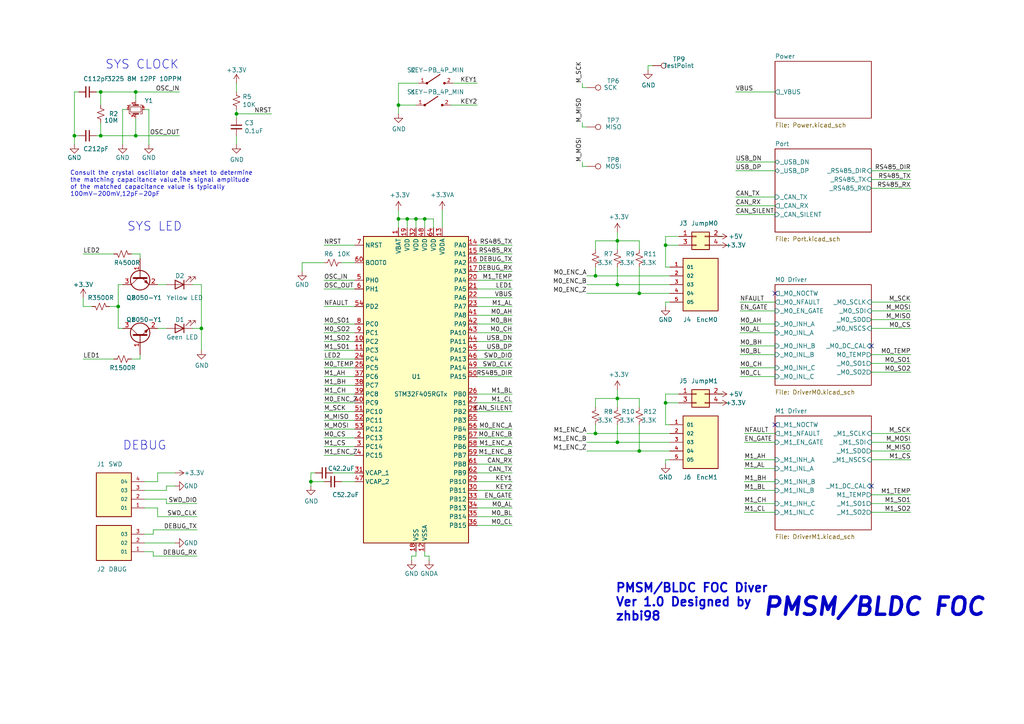
<source format=kicad_sch>
(kicad_sch (version 20230121) (generator eeschema)
  (paper "A4")
  (lib_symbols
    (symbol "3rd_Connector_Generic:CONN_1x3P" (pin_names (offset 1.016))
      (property "Reference" "J" (at -8.12 6.196 0))
      (property "Value" "CONN_1x3P" (at -4.445 6.35 0))
      (symbol "CONN_1x3P_0_0"
        (rectangle (start -5.08 5.08) (end 5.08 -5.08) (stroke (width 0.254)) (fill (type background)))
        (pin passive line (at -8.89 2.54 0) (length 3.81) (name "01") (number "1"))
        (pin passive line (at -8.89 0 0) (length 3.81) (name "02") (number "2"))
        (pin passive line (at -8.89 -2.54 0) (length 3.81) (name "03") (number "3"))
      )
    )
    (symbol "3rd_Connector_Generic:CONN_1x4P" (pin_names (offset 1.016))
      (property "Reference" "J" (at 0 6.35 0))
      (property "Value" "CONN_1x4P" (at -5.08 -10.16 0))
      (symbol "CONN_1x4P_0_0"
        (rectangle (start -5.08 5.08) (end 5.08 -7.62) (stroke (width 0.254)) (fill (type background)))
        (pin passive line (at -8.89 2.54 0) (length 3.81) (name "01") (number "1"))
        (pin passive line (at -8.89 0 0) (length 3.81) (name "02") (number "2"))
        (pin passive line (at -8.89 -2.54 0) (length 3.81) (name "03") (number "3"))
        (pin passive line (at -8.89 -5.08 0) (length 3.81) (name "04") (number "4"))
      )
    )
    (symbol "3rd_Connector_Generic:CONN_1x5P" (pin_names (offset 1.016))
      (property "Reference" "J" (at -1.27 8.89 0))
      (property "Value" "CONN_1x5P" (at -5.08 -10.16 0))
      (symbol "CONN_1x5P_0_0"
        (rectangle (start -5.08 7.62) (end 5.08 -7.62) (stroke (width 0.254)) (fill (type background)))
        (pin passive line (at -8.89 5.08 0) (length 3.81) (name "01") (number "1"))
        (pin passive line (at -8.89 2.54 0) (length 3.81) (name "02") (number "2"))
        (pin passive line (at -8.89 0 0) (length 3.81) (name "03") (number "3"))
        (pin passive line (at -8.89 -2.54 0) (length 3.81) (name "04") (number "4"))
        (pin passive line (at -8.89 -5.08 0) (length 3.81) (name "05") (number "5"))
      )
    )
    (symbol "3rd_Switch:KEY-PB_2P" (pin_names (offset 1.016))
      (property "Reference" "S" (at -1.27 2.54 0))
      (property "Value" "KEY-PB_2P" (at -3.8111 -3.8111 0))
      (symbol "KEY-PB_2P_0_0"
        (circle (center -2.54 0) (radius 0.2839) (fill (type outline)))
        (polyline (pts (xy -2.54 0) (xy 1.27 2.54)) (stroke (width 0.254)))
        (circle (center 2.54 0) (radius 0.2839) (fill (type outline)))
        (pin passive line (at -5.08 0 0) (length 2.54) (name "~") (number "1"))
        (pin passive line (at 5.08 0 180) (length 2.54) (name "~") (number "2"))
      )
    )
    (symbol "Connector:TestPoint" (pin_numbers hide) (pin_names (offset 0.762) hide)
      (property "Reference" "TP" (at 0 6.858 0))
      (property "Value" "TestPoint" (at 0 5.08 0))
      (symbol "TestPoint_0_1"
        (circle (center 0 3.302) (radius 0.762))
      )
      (symbol "TestPoint_1_1"
        (pin passive line (at 0 0 90) (length 2.54) (name "1") (number "1"))
      )
    )
    (symbol "Connector_Generic:Conn_02x02_Odd_Even" (pin_names (offset 1.016) hide)
      (property "Reference" "J" (at 1.27 2.54 0))
      (property "Value" "Conn_02x02_Odd_Even" (at 1.27 -5.08 0))
      (symbol "Conn_02x02_Odd_Even_1_1"
        (rectangle (start -1.27 -2.413) (end 0 -2.667) (stroke (width 0.1524)))
        (rectangle (start -1.27 0.127) (end 0 -0.127) (stroke (width 0.1524)))
        (rectangle (start -1.27 1.27) (end 3.81 -3.81) (stroke (width 0.254)) (fill (type background)))
        (rectangle (start 3.81 -2.413) (end 2.54 -2.667) (stroke (width 0.1524)))
        (rectangle (start 3.81 0.127) (end 2.54 -0.127) (stroke (width 0.1524)))
        (pin passive line (at -5.08 0 0) (length 3.81) (name "Pin_1") (number "1"))
        (pin passive line (at 7.62 0 180) (length 3.81) (name "Pin_2") (number "2"))
        (pin passive line (at -5.08 -2.54 0) (length 3.81) (name "Pin_3") (number "3"))
        (pin passive line (at 7.62 -2.54 180) (length 3.81) (name "Pin_4") (number "4"))
      )
    )
    (symbol "Device:C_Small" (pin_numbers hide) (pin_names (offset 0.254) hide)
      (property "Reference" "C" (at 0.254 1.778 0))
      (property "Value" "C_Small" (at 0.254 -2.032 0))
      (symbol "C_Small_0_1"
        (polyline (pts (xy -1.524 -0.508) (xy 1.524 -0.508)) (stroke (width 0.3302)))
        (polyline (pts (xy -1.524 0.508) (xy 1.524 0.508)) (stroke (width 0.3048)))
      )
      (symbol "C_Small_1_1"
        (pin passive line (at 0 2.54 270) (length 2.032) (name "~") (number "1"))
        (pin passive line (at 0 -2.54 90) (length 2.032) (name "~") (number "2"))
      )
    )
    (symbol "Device:Crystal_GND24_Small" (pin_names (offset 1.016) hide)
      (property "Reference" "Y" (at 1.27 4.445 0))
      (property "Value" "Crystal_GND24_Small" (at 1.27 2.54 0))
      (symbol "Crystal_GND24_Small_0_1"
        (rectangle (start -0.762 -1.524) (end 0.762 1.524))
        (polyline (pts (xy -1.27 -0.762) (xy -1.27 0.762)) (stroke (width 0.381)))
        (polyline (pts (xy 1.27 -0.762) (xy 1.27 0.762)) (stroke (width 0.381)))
        (polyline (pts (xy -1.27 -1.27) (xy -1.27 -1.905) (xy 1.27 -1.905) (xy 1.27 -1.27)))
        (polyline (pts (xy -1.27 1.27) (xy -1.27 1.905) (xy 1.27 1.905) (xy 1.27 1.27)))
      )
      (symbol "Crystal_GND24_Small_1_1"
        (pin passive line (at -2.54 0 0) (length 1.27) (name "1") (number "1"))
        (pin passive line (at 0 -2.54 90) (length 0.635) (name "2") (number "2"))
        (pin passive line (at 2.54 0 180) (length 1.27) (name "3") (number "3"))
        (pin passive line (at 0 2.54 270) (length 0.635) (name "4") (number "4"))
      )
    )
    (symbol "Device:LED" (pin_numbers hide) (pin_names (offset 1.016) hide)
      (property "Reference" "D" (at 0 2.54 0))
      (property "Value" "LED" (at 0 -2.54 0))
      (symbol "LED_0_1"
        (polyline (pts (xy -1.27 -1.27) (xy -1.27 1.27)) (stroke (width 0.254)))
        (polyline (pts (xy -1.27 0) (xy 1.27 0)))
        (polyline (pts (xy 1.27 -1.27) (xy 1.27 1.27) (xy -1.27 0) (xy 1.27 -1.27)) (stroke (width 0.254)))
        (polyline (pts (xy -3.048 -0.762) (xy -4.572 -2.286) (xy -3.81 -2.286) (xy -4.572 -2.286) (xy -4.572 -1.524)))
        (polyline (pts (xy -1.778 -0.762) (xy -3.302 -2.286) (xy -2.54 -2.286) (xy -3.302 -2.286) (xy -3.302 -1.524)))
      )
      (symbol "LED_1_1"
        (pin passive line (at -3.81 0 0) (length 2.54) (name "K") (number "1"))
        (pin passive line (at 3.81 0 180) (length 2.54) (name "A") (number "2"))
      )
    )
    (symbol "Device:Q_NPN_BEC" (pin_names (offset 0) hide)
      (property "Reference" "Q" (at 5.08 1.27 0))
      (property "Value" "Q_NPN_BEC" (at 5.08 -1.27 0))
      (symbol "Q_NPN_BEC_0_1"
        (polyline (pts (xy 0.635 0.635) (xy 2.54 2.54)))
        (polyline (pts (xy 0.635 -0.635) (xy 2.54 -2.54) (xy 2.54 -2.54)))
        (polyline (pts (xy 0.635 1.905) (xy 0.635 -1.905) (xy 0.635 -1.905)) (stroke (width 0.508)))
        (polyline (pts (xy 1.27 -1.778) (xy 1.778 -1.27) (xy 2.286 -2.286) (xy 1.27 -1.778) (xy 1.27 -1.778)) (fill (type outline)))
        (circle (center 1.27 0) (radius 2.8194) (stroke (width 0.254)))
      )
      (symbol "Q_NPN_BEC_1_1"
        (pin input line (at -5.08 0 0) (length 5.715) (name "B") (number "1"))
        (pin passive line (at 2.54 -5.08 90) (length 2.54) (name "E") (number "2"))
        (pin passive line (at 2.54 5.08 270) (length 2.54) (name "C") (number "3"))
      )
    )
    (symbol "Device:R_Small_US" (pin_numbers hide) (pin_names (offset 0.254) hide)
      (property "Reference" "R" (at 0.762 0.508 0))
      (property "Value" "R_Small_US" (at 0.762 -1.016 0))
      (symbol "R_Small_US_1_1"
        (polyline (pts (xy 0 0) (xy 1.016 -0.381) (xy 0 -0.762) (xy -1.016 -1.143) (xy 0 -1.524)))
        (polyline (pts (xy 0 1.524) (xy 1.016 1.143) (xy 0 0.762) (xy -1.016 0.381) (xy 0 0)))
        (pin passive line (at 0 2.54 270) (length 1.016) (name "~") (number "1"))
        (pin passive line (at 0 -2.54 90) (length 1.016) (name "~") (number "2"))
      )
    )
    (symbol "MCU_ST_STM32F4:STM32F405RGTx"
      (property "Reference" "U" (at -15.24 46.99 0))
      (property "Value" "STM32F405RGTx" (at 10.16 46.99 0))
      (symbol "STM32F405RGTx_0_1"
        (rectangle (start -15.24 -43.18) (end 15.24 45.72) (stroke (width 0.254)) (fill (type background)))
      )
      (symbol "STM32F405RGTx_1_1"
        (pin power_in line (at -5.08 48.26 270) (length 2.54) (name "VBAT") (number "1"))
        (pin bidirectional line (at -17.78 15.24 0) (length 2.54) (name "PC2") (number "10"))
        (pin bidirectional line (at -17.78 12.7 0) (length 2.54) (name "PC3") (number "11"))
        (pin power_in line (at 2.54 -45.72 90) (length 2.54) (name "VSSA") (number "12"))
        (pin power_in line (at 7.62 48.26 270) (length 2.54) (name "VDDA") (number "13"))
        (pin bidirectional line (at 17.78 43.18 180) (length 2.54) (name "PA0") (number "14"))
        (pin bidirectional line (at 17.78 40.64 180) (length 2.54) (name "PA1") (number "15"))
        (pin bidirectional line (at 17.78 38.1 180) (length 2.54) (name "PA2") (number "16"))
        (pin bidirectional line (at 17.78 35.56 180) (length 2.54) (name "PA3") (number "17"))
        (pin power_in line (at 0 -45.72 90) (length 2.54) (name "VSS") (number "18"))
        (pin power_in line (at -2.54 48.26 270) (length 2.54) (name "VDD") (number "19"))
        (pin bidirectional line (at -17.78 -12.7 0) (length 2.54) (name "PC13") (number "2"))
        (pin bidirectional line (at 17.78 33.02 180) (length 2.54) (name "PA4") (number "20"))
        (pin bidirectional line (at 17.78 30.48 180) (length 2.54) (name "PA5") (number "21"))
        (pin bidirectional line (at 17.78 27.94 180) (length 2.54) (name "PA6") (number "22"))
        (pin bidirectional line (at 17.78 25.4 180) (length 2.54) (name "PA7") (number "23"))
        (pin bidirectional line (at -17.78 10.16 0) (length 2.54) (name "PC4") (number "24"))
        (pin bidirectional line (at -17.78 7.62 0) (length 2.54) (name "PC5") (number "25"))
        (pin bidirectional line (at 17.78 0 180) (length 2.54) (name "PB0") (number "26"))
        (pin bidirectional line (at 17.78 -2.54 180) (length 2.54) (name "PB1") (number "27"))
        (pin bidirectional line (at 17.78 -5.08 180) (length 2.54) (name "PB2") (number "28"))
        (pin bidirectional line (at 17.78 -25.4 180) (length 2.54) (name "PB10") (number "29"))
        (pin bidirectional line (at -17.78 -15.24 0) (length 2.54) (name "PC14") (number "3"))
        (pin bidirectional line (at 17.78 -27.94 180) (length 2.54) (name "PB11") (number "30"))
        (pin power_out line (at -17.78 -22.86 0) (length 2.54) (name "VCAP_1") (number "31"))
        (pin power_in line (at 0 48.26 270) (length 2.54) (name "VDD") (number "32"))
        (pin bidirectional line (at 17.78 -30.48 180) (length 2.54) (name "PB12") (number "33"))
        (pin bidirectional line (at 17.78 -33.02 180) (length 2.54) (name "PB13") (number "34"))
        (pin bidirectional line (at 17.78 -35.56 180) (length 2.54) (name "PB14") (number "35"))
        (pin bidirectional line (at 17.78 -38.1 180) (length 2.54) (name "PB15") (number "36"))
        (pin bidirectional line (at -17.78 5.08 0) (length 2.54) (name "PC6") (number "37"))
        (pin bidirectional line (at -17.78 2.54 0) (length 2.54) (name "PC7") (number "38"))
        (pin bidirectional line (at -17.78 0 0) (length 2.54) (name "PC8") (number "39"))
        (pin bidirectional line (at -17.78 -17.78 0) (length 2.54) (name "PC15") (number "4"))
        (pin bidirectional line (at -17.78 -2.54 0) (length 2.54) (name "PC9") (number "40"))
        (pin bidirectional line (at 17.78 22.86 180) (length 2.54) (name "PA8") (number "41"))
        (pin bidirectional line (at 17.78 20.32 180) (length 2.54) (name "PA9") (number "42"))
        (pin bidirectional line (at 17.78 17.78 180) (length 2.54) (name "PA10") (number "43"))
        (pin bidirectional line (at 17.78 15.24 180) (length 2.54) (name "PA11") (number "44"))
        (pin bidirectional line (at 17.78 12.7 180) (length 2.54) (name "PA12") (number "45"))
        (pin bidirectional line (at 17.78 10.16 180) (length 2.54) (name "PA13") (number "46"))
        (pin power_out line (at -17.78 -25.4 0) (length 2.54) (name "VCAP_2") (number "47"))
        (pin power_in line (at 2.54 48.26 270) (length 2.54) (name "VDD") (number "48"))
        (pin bidirectional line (at 17.78 7.62 180) (length 2.54) (name "PA14") (number "49"))
        (pin bidirectional line (at -17.78 33.02 0) (length 2.54) (name "PH0") (number "5"))
        (pin bidirectional line (at 17.78 5.08 180) (length 2.54) (name "PA15") (number "50"))
        (pin bidirectional line (at -17.78 -5.08 0) (length 2.54) (name "PC10") (number "51"))
        (pin bidirectional line (at -17.78 -7.62 0) (length 2.54) (name "PC11") (number "52"))
        (pin bidirectional line (at -17.78 -10.16 0) (length 2.54) (name "PC12") (number "53"))
        (pin bidirectional line (at -17.78 25.4 0) (length 2.54) (name "PD2") (number "54"))
        (pin bidirectional line (at 17.78 -7.62 180) (length 2.54) (name "PB3") (number "55"))
        (pin bidirectional line (at 17.78 -10.16 180) (length 2.54) (name "PB4") (number "56"))
        (pin bidirectional line (at 17.78 -12.7 180) (length 2.54) (name "PB5") (number "57"))
        (pin bidirectional line (at 17.78 -15.24 180) (length 2.54) (name "PB6") (number "58"))
        (pin bidirectional line (at 17.78 -17.78 180) (length 2.54) (name "PB7") (number "59"))
        (pin bidirectional line (at -17.78 30.48 0) (length 2.54) (name "PH1") (number "6"))
        (pin input line (at -17.78 38.1 0) (length 2.54) (name "BOOT0") (number "60"))
        (pin bidirectional line (at 17.78 -20.32 180) (length 2.54) (name "PB8") (number "61"))
        (pin bidirectional line (at 17.78 -22.86 180) (length 2.54) (name "PB9") (number "62"))
        (pin passive line (at 0 -45.72 90) (length 2.54) hide (name "VSS") (number "63"))
        (pin power_in line (at 5.08 48.26 270) (length 2.54) (name "VDD") (number "64"))
        (pin input line (at -17.78 43.18 0) (length 2.54) (name "NRST") (number "7"))
        (pin bidirectional line (at -17.78 20.32 0) (length 2.54) (name "PC0") (number "8"))
        (pin bidirectional line (at -17.78 17.78 0) (length 2.54) (name "PC1") (number "9"))
      )
    )
    (symbol "power:+3.3V" (power) (pin_names (offset 0))
      (property "Value" "+3.3V" (at 0 3.556 0))
      (symbol "+3.3V_0_1"
        (polyline (pts (xy -0.762 1.27) (xy 0 2.54)))
        (polyline (pts (xy 0 0) (xy 0 2.54)))
        (polyline (pts (xy 0 2.54) (xy 0.762 1.27)))
      )
      (symbol "+3.3V_1_1"
        (pin power_in line (at 0 0 90) (length 0) hide (name "+3.3V") (number "1"))
      )
    )
    (symbol "power:+3.3VA" (power) (pin_names (offset 0))
      (property "Value" "+3.3VA" (at 0 3.556 0))
      (symbol "+3.3VA_0_1"
        (polyline (pts (xy -0.762 1.27) (xy 0 2.54)))
        (polyline (pts (xy 0 0) (xy 0 2.54)))
        (polyline (pts (xy 0 2.54) (xy 0.762 1.27)))
      )
      (symbol "+3.3VA_1_1"
        (pin power_in line (at 0 0 90) (length 0) hide (name "+3.3VA") (number "1"))
      )
    )
    (symbol "power:+5V" (power) (pin_names (offset 0))
      (property "Value" "+5V" (at 0 3.556 0))
      (symbol "+5V_0_1"
        (polyline (pts (xy -0.762 1.27) (xy 0 2.54)))
        (polyline (pts (xy 0 0) (xy 0 2.54)))
        (polyline (pts (xy 0 2.54) (xy 0.762 1.27)))
      )
      (symbol "+5V_1_1"
        (pin power_in line (at 0 0 90) (length 0) hide (name "+5V") (number "1"))
      )
    )
    (symbol "power:GND" (power) (pin_names (offset 0))
      (property "Value" "GND" (at 0 -3.81 0))
      (symbol "GND_0_1"
        (polyline (pts (xy 0 0) (xy 0 -1.27) (xy 1.27 -1.27) (xy 0 -2.54) (xy -1.27 -1.27) (xy 0 -1.27)))
      )
      (symbol "GND_1_1"
        (pin power_in line (at 0 0 270) (length 0) hide (name "GND") (number "1"))
      )
    )
    (symbol "power:GNDA" (power) (pin_names (offset 0))
      (property "Value" "GNDA" (at 0 -3.81 0))
      (symbol "GNDA_0_1"
        (polyline (pts (xy 0 0) (xy 0 -1.27) (xy 1.27 -1.27) (xy 0 -2.54) (xy -1.27 -1.27) (xy 0 -1.27)))
      )
      (symbol "GNDA_1_1"
        (pin power_in line (at 0 0 270) (length 0) hide (name "GNDA") (number "1"))
      )
    )
  )
  (junction (at 34.29 88.9))
  (junction (at 185.42 85.09))
  (junction (at 123.19 63.5))
  (junction (at 115.57 63.5))
  (junction (at 39.37 39.37))
  (junction (at 179.07 69.85))
  (junction (at 118.11 63.5))
  (junction (at 179.07 115.57))
  (junction (at 21.59 39.37))
  (junction (at 193.04 116.84))
  (junction (at 115.57 30.48))
  (junction (at 172.72 125.73))
  (junction (at 193.04 71.12))
  (junction (at 29.21 26.67))
  (junction (at 179.07 82.55))
  (junction (at 172.72 80.01))
  (junction (at 179.07 128.27))
  (junction (at 39.37 26.67))
  (junction (at 29.21 39.37))
  (junction (at 58.42 95.25))
  (junction (at 185.42 130.81))
  (junction (at 120.65 63.5))
  (junction (at 68.58 33.02))
  (junction (at 90.17 139.7))
  (no_connect (at 224.79 123.19))
  (no_connect (at 252.73 140.97))
  (no_connect (at 252.73 100.33))
  (no_connect (at 224.79 85.09))
  (wire (pts (xy 22.86 26.67) (xy 21.59 26.67)))
  (wire (pts (xy 35.56 31.75) (xy 35.56 41.91)))
  (wire (pts (xy 40.64 73.66) (xy 38.1 73.66)))
  (wire (pts (xy 44.45 161.29) (xy 57.15 161.29)))
  (wire (pts (xy 170.18 82.55) (xy 179.07 82.55)))
  (wire (pts (xy 170.18 36.83) (xy 168.91 36.83)))
  (wire (pts (xy 252.73 102.87) (xy 264.16 102.87)))
  (wire (pts (xy 41.91 142.24) (xy 48.26 142.24)))
  (wire (pts (xy 213.36 57.15) (xy 224.79 57.15)))
  (wire (pts (xy 99.06 76.2) (xy 102.87 76.2)))
  (wire (pts (xy 179.07 123.19) (xy 179.07 128.27)))
  (wire (pts (xy 215.9 125.73) (xy 224.79 125.73)))
  (wire (pts (xy 68.58 24.13) (xy 68.58 26.67)))
  (wire (pts (xy 87.63 76.2) (xy 93.98 76.2)))
  (wire (pts (xy 87.63 78.74) (xy 87.63 76.2)))
  (wire (pts (xy 172.72 125.73) (xy 194.31 125.73)))
  (wire (pts (xy 45.72 149.86) (xy 45.72 147.32)))
  (wire (pts (xy 68.58 31.75) (xy 68.58 33.02)))
  (wire (pts (xy 21.59 26.67) (xy 21.59 39.37)))
  (wire (pts (xy 138.43 132.08) (xy 148.59 132.08)))
  (wire (pts (xy 252.73 133.35) (xy 264.16 133.35)))
  (wire (pts (xy 34.29 95.25) (xy 35.56 95.25)))
  (wire (pts (xy 39.37 26.67) (xy 39.37 29.21)))
  (wire (pts (xy 29.21 35.56) (xy 29.21 39.37)))
  (wire (pts (xy 93.98 99.06) (xy 102.87 99.06)))
  (wire (pts (xy 118.11 63.5) (xy 120.65 63.5)))
  (wire (pts (xy 138.43 88.9) (xy 148.59 88.9)))
  (wire (pts (xy 123.19 160.02) (xy 123.19 161.29)))
  (wire (pts (xy 138.43 119.38) (xy 148.59 119.38)))
  (wire (pts (xy 58.42 101.6) (xy 58.42 95.25)))
  (wire (pts (xy 93.98 83.82) (xy 102.87 83.82)))
  (wire (pts (xy 209.55 116.84) (xy 208.28 116.84)))
  (wire (pts (xy 172.72 80.01) (xy 194.31 80.01)))
  (wire (pts (xy 170.18 128.27) (xy 179.07 128.27)))
  (wire (pts (xy 40.64 104.14) (xy 38.1 104.14)))
  (wire (pts (xy 172.72 123.19) (xy 172.72 125.73)))
  (wire (pts (xy 170.18 130.81) (xy 185.42 130.81)))
  (wire (pts (xy 138.43 101.6) (xy 148.59 101.6)))
  (wire (pts (xy 138.43 124.46) (xy 148.59 124.46)))
  (wire (pts (xy 193.04 114.3) (xy 193.04 116.84)))
  (wire (pts (xy 196.85 116.84) (xy 193.04 116.84)))
  (wire (pts (xy 119.38 161.29) (xy 119.38 162.56)))
  (wire (pts (xy 93.98 93.98) (xy 102.87 93.98)))
  (wire (pts (xy 252.73 107.95) (xy 264.16 107.95)))
  (wire (pts (xy 27.94 26.67) (xy 29.21 26.67)))
  (wire (pts (xy 131.445 24.13) (xy 138.43 24.13)))
  (wire (pts (xy 41.91 139.7) (xy 45.72 139.7)))
  (wire (pts (xy 170.18 125.73) (xy 172.72 125.73)))
  (wire (pts (xy 93.98 101.6) (xy 102.87 101.6)))
  (wire (pts (xy 179.07 113.03) (xy 179.07 115.57)))
  (wire (pts (xy 44.45 160.02) (xy 44.45 161.29)))
  (wire (pts (xy 193.04 87.63) (xy 194.31 87.63)))
  (wire (pts (xy 252.73 49.53) (xy 264.16 49.53)))
  (wire (pts (xy 179.07 115.57) (xy 185.42 115.57)))
  (wire (pts (xy 24.13 73.66) (xy 33.02 73.66)))
  (wire (pts (xy 209.55 68.58) (xy 208.28 68.58)))
  (wire (pts (xy 252.73 125.73) (xy 264.16 125.73)))
  (wire (pts (xy 93.98 81.28) (xy 102.87 81.28)))
  (wire (pts (xy 36.83 31.75) (xy 35.56 31.75)))
  (wire (pts (xy 148.59 86.36) (xy 138.43 86.36)))
  (wire (pts (xy 215.9 139.7) (xy 224.79 139.7)))
  (wire (pts (xy 34.29 82.55) (xy 34.29 88.9)))
  (wire (pts (xy 193.04 68.58) (xy 193.04 71.12)))
  (wire (pts (xy 193.04 114.3) (xy 196.85 114.3)))
  (wire (pts (xy 31.75 88.9) (xy 34.29 88.9)))
  (wire (pts (xy 172.72 115.57) (xy 179.07 115.57)))
  (wire (pts (xy 44.45 154.94) (xy 44.45 153.67)))
  (wire (pts (xy 213.36 46.99) (xy 224.79 46.99)))
  (wire (pts (xy 123.19 161.29) (xy 124.46 161.29)))
  (wire (pts (xy 213.36 59.69) (xy 224.79 59.69)))
  (wire (pts (xy 93.98 109.22) (xy 102.87 109.22)))
  (wire (pts (xy 193.04 116.84) (xy 193.04 123.19)))
  (wire (pts (xy 102.87 104.14) (xy 93.98 104.14)))
  (wire (pts (xy 193.04 133.35) (xy 193.04 134.62)))
  (wire (pts (xy 115.57 63.5) (xy 115.57 66.04)))
  (wire (pts (xy 48.26 144.78) (xy 41.91 144.78)))
  (wire (pts (xy 138.43 104.14) (xy 148.59 104.14)))
  (wire (pts (xy 170.18 80.01) (xy 172.72 80.01)))
  (wire (pts (xy 213.36 26.67) (xy 224.79 26.67)))
  (wire (pts (xy 130.81 30.48) (xy 138.43 30.48)))
  (wire (pts (xy 123.19 63.5) (xy 123.19 66.04)))
  (wire (pts (xy 68.58 33.02) (xy 68.58 34.29)))
  (wire (pts (xy 213.36 49.53) (xy 224.79 49.53)))
  (wire (pts (xy 120.65 63.5) (xy 123.19 63.5)))
  (wire (pts (xy 138.43 76.2) (xy 148.59 76.2)))
  (wire (pts (xy 34.29 88.9) (xy 34.29 95.25)))
  (wire (pts (xy 252.73 52.07) (xy 264.16 52.07)))
  (wire (pts (xy 214.63 109.22) (xy 224.79 109.22)))
  (wire (pts (xy 148.59 134.62) (xy 138.43 134.62)))
  (wire (pts (xy 115.57 30.48) (xy 115.57 33.02)))
  (wire (pts (xy 172.72 118.11) (xy 172.72 115.57)))
  (wire (pts (xy 179.07 69.85) (xy 185.42 69.85)))
  (wire (pts (xy 193.04 133.35) (xy 194.31 133.35)))
  (wire (pts (xy 41.91 154.94) (xy 44.45 154.94)))
  (wire (pts (xy 29.21 30.48) (xy 29.21 26.67)))
  (wire (pts (xy 215.9 135.89) (xy 224.79 135.89)))
  (wire (pts (xy 115.57 60.96) (xy 115.57 63.5)))
  (wire (pts (xy 48.26 142.24) (xy 48.26 140.97)))
  (wire (pts (xy 90.17 139.7) (xy 93.98 139.7)))
  (wire (pts (xy 179.07 69.85) (xy 179.07 72.39)))
  (wire (pts (xy 48.26 140.97) (xy 50.8 140.97)))
  (wire (pts (xy 119.38 161.29) (xy 120.65 161.29)))
  (wire (pts (xy 193.04 123.19) (xy 194.31 123.19)))
  (wire (pts (xy 90.17 137.16) (xy 90.17 139.7)))
  (wire (pts (xy 252.73 87.63) (xy 264.16 87.63)))
  (wire (pts (xy 187.96 19.05) (xy 189.23 19.05)))
  (wire (pts (xy 172.72 72.39) (xy 172.72 69.85)))
  (wire (pts (xy 27.94 39.37) (xy 29.21 39.37)))
  (wire (pts (xy 138.43 83.82) (xy 148.59 83.82)))
  (wire (pts (xy 185.42 85.09) (xy 194.31 85.09)))
  (wire (pts (xy 138.43 147.32) (xy 148.59 147.32)))
  (wire (pts (xy 213.36 62.23) (xy 224.79 62.23)))
  (wire (pts (xy 193.04 71.12) (xy 193.04 77.47)))
  (wire (pts (xy 209.55 114.3) (xy 208.28 114.3)))
  (wire (pts (xy 93.98 132.08) (xy 102.87 132.08)))
  (wire (pts (xy 39.37 39.37) (xy 52.07 39.37)))
  (wire (pts (xy 215.9 146.05) (xy 224.79 146.05)))
  (wire (pts (xy 252.73 105.41) (xy 264.16 105.41)))
  (wire (pts (xy 215.9 148.59) (xy 224.79 148.59)))
  (wire (pts (xy 214.63 102.87) (xy 224.79 102.87)))
  (wire (pts (xy 185.42 115.57) (xy 185.42 118.11)))
  (wire (pts (xy 120.65 30.48) (xy 115.57 30.48)))
  (wire (pts (xy 252.73 143.51) (xy 264.16 143.51)))
  (wire (pts (xy 93.98 106.68) (xy 102.87 106.68)))
  (wire (pts (xy 179.07 82.55) (xy 194.31 82.55)))
  (wire (pts (xy 185.42 69.85) (xy 185.42 72.39)))
  (wire (pts (xy 138.43 109.22) (xy 148.59 109.22)))
  (wire (pts (xy 185.42 130.81) (xy 194.31 130.81)))
  (wire (pts (xy 138.43 149.86) (xy 148.59 149.86)))
  (wire (pts (xy 118.11 63.5) (xy 118.11 66.04)))
  (wire (pts (xy 96.52 137.16) (xy 102.87 137.16)))
  (wire (pts (xy 252.73 148.59) (xy 264.16 148.59)))
  (wire (pts (xy 185.42 77.47) (xy 185.42 85.09)))
  (wire (pts (xy 93.98 71.12) (xy 102.87 71.12)))
  (wire (pts (xy 209.55 71.12) (xy 208.28 71.12)))
  (wire (pts (xy 252.73 128.27) (xy 264.16 128.27)))
  (wire (pts (xy 99.06 139.7) (xy 102.87 139.7)))
  (wire (pts (xy 58.42 82.55) (xy 58.42 95.25)))
  (wire (pts (xy 115.57 24.13) (xy 115.57 30.48)))
  (wire (pts (xy 45.72 137.16) (xy 50.8 137.16)))
  (wire (pts (xy 21.59 39.37) (xy 21.59 41.91)))
  (wire (pts (xy 214.63 90.17) (xy 224.79 90.17)))
  (wire (pts (xy 168.91 46.99) (xy 168.91 48.26)))
  (wire (pts (xy 148.59 144.78) (xy 138.43 144.78)))
  (wire (pts (xy 138.43 93.98) (xy 148.59 93.98)))
  (wire (pts (xy 168.91 48.26) (xy 170.18 48.26)))
  (wire (pts (xy 215.9 133.35) (xy 224.79 133.35)))
  (wire (pts (xy 48.26 146.05) (xy 48.26 144.78)))
  (wire (pts (xy 193.04 77.47) (xy 194.31 77.47)))
  (wire (pts (xy 138.43 116.84) (xy 148.59 116.84)))
  (wire (pts (xy 252.73 92.71) (xy 264.16 92.71)))
  (wire (pts (xy 138.43 96.52) (xy 148.59 96.52)))
  (wire (pts (xy 44.45 153.67) (xy 57.15 153.67)))
  (wire (pts (xy 41.91 157.48) (xy 50.8 157.48)))
  (wire (pts (xy 252.73 130.81) (xy 264.16 130.81)))
  (wire (pts (xy 29.21 26.67) (xy 39.37 26.67)))
  (wire (pts (xy 115.57 63.5) (xy 118.11 63.5)))
  (wire (pts (xy 170.18 85.09) (xy 185.42 85.09)))
  (wire (pts (xy 138.43 139.7) (xy 148.59 139.7)))
  (wire (pts (xy 40.64 104.14) (xy 40.64 102.87)))
  (wire (pts (xy 187.96 20.32) (xy 187.96 19.05)))
  (wire (pts (xy 68.58 39.37) (xy 68.58 41.91)))
  (wire (pts (xy 125.73 63.5) (xy 125.73 66.04)))
  (wire (pts (xy 214.63 100.33) (xy 224.79 100.33)))
  (wire (pts (xy 193.04 88.9) (xy 193.04 87.63)))
  (wire (pts (xy 214.63 96.52) (xy 224.79 96.52)))
  (wire (pts (xy 120.65 161.29) (xy 120.65 160.02)))
  (wire (pts (xy 252.73 146.05) (xy 264.16 146.05)))
  (wire (pts (xy 43.18 31.75) (xy 41.91 31.75)))
  (wire (pts (xy 93.98 111.76) (xy 102.87 111.76)))
  (wire (pts (xy 90.17 139.7) (xy 90.17 140.97)))
  (wire (pts (xy 168.91 24.13) (xy 168.91 25.4)))
  (wire (pts (xy 138.43 81.28) (xy 148.59 81.28)))
  (wire (pts (xy 93.98 114.3) (xy 102.87 114.3)))
  (wire (pts (xy 93.98 88.9) (xy 102.87 88.9)))
  (wire (pts (xy 215.9 142.24) (xy 224.79 142.24)))
  (wire (pts (xy 93.98 116.84) (xy 102.87 116.84)))
  (wire (pts (xy 172.72 69.85) (xy 179.07 69.85)))
  (wire (pts (xy 252.73 90.17) (xy 264.16 90.17)))
  (wire (pts (xy 185.42 123.19) (xy 185.42 130.81)))
  (wire (pts (xy 138.43 114.3) (xy 148.59 114.3)))
  (wire (pts (xy 93.98 119.38) (xy 102.87 119.38)))
  (wire (pts (xy 29.21 39.37) (xy 39.37 39.37)))
  (wire (pts (xy 196.85 71.12) (xy 193.04 71.12)))
  (wire (pts (xy 252.73 95.25) (xy 264.16 95.25)))
  (wire (pts (xy 123.19 63.5) (xy 125.73 63.5)))
  (wire (pts (xy 138.43 142.24) (xy 148.59 142.24)))
  (wire (pts (xy 172.72 77.47) (xy 172.72 80.01)))
  (wire (pts (xy 93.98 96.52) (xy 102.87 96.52)))
  (wire (pts (xy 138.43 73.66) (xy 148.59 73.66)))
  (wire (pts (xy 45.72 82.55) (xy 48.26 82.55)))
  (wire (pts (xy 45.72 95.25) (xy 48.26 95.25)))
  (wire (pts (xy 39.37 26.67) (xy 52.07 26.67)))
  (wire (pts (xy 33.02 104.14) (xy 24.13 104.14)))
  (wire (pts (xy 58.42 95.25) (xy 55.88 95.25)))
  (wire (pts (xy 93.98 124.46) (xy 102.87 124.46)))
  (wire (pts (xy 120.65 63.5) (xy 120.65 66.04)))
  (wire (pts (xy 21.59 39.37) (xy 22.86 39.37)))
  (wire (pts (xy 179.07 128.27) (xy 194.31 128.27)))
  (wire (pts (xy 45.72 139.7) (xy 45.72 137.16)))
  (wire (pts (xy 138.43 106.68) (xy 148.59 106.68)))
  (wire (pts (xy 93.98 121.92) (xy 102.87 121.92)))
  (wire (pts (xy 68.58 33.02) (xy 78.74 33.02)))
  (wire (pts (xy 45.72 147.32) (xy 41.91 147.32)))
  (wire (pts (xy 193.04 68.58) (xy 196.85 68.58)))
  (wire (pts (xy 179.07 77.47) (xy 179.07 82.55)))
  (wire (pts (xy 48.26 146.05) (xy 57.15 146.05)))
  (wire (pts (xy 43.18 31.75) (xy 43.18 41.91)))
  (wire (pts (xy 41.91 160.02) (xy 44.45 160.02)))
  (wire (pts (xy 39.37 34.29) (xy 39.37 39.37)))
  (wire (pts (xy 138.43 78.74) (xy 148.59 78.74)))
  (wire (pts (xy 148.59 99.06) (xy 138.43 99.06)))
  (wire (pts (xy 168.91 25.4) (xy 170.18 25.4)))
  (wire (pts (xy 214.63 87.63) (xy 224.79 87.63)))
  (wire (pts (xy 34.29 82.55) (xy 35.56 82.55)))
  (wire (pts (xy 124.46 161.29) (xy 124.46 162.56)))
  (wire (pts (xy 215.9 128.27) (xy 224.79 128.27)))
  (wire (pts (xy 24.13 86.36) (xy 24.13 88.9)))
  (wire (pts (xy 214.63 93.98) (xy 224.79 93.98)))
  (wire (pts (xy 138.43 127) (xy 148.59 127)))
  (wire (pts (xy 179.07 115.57) (xy 179.07 118.11)))
  (wire (pts (xy 93.98 127) (xy 102.87 127)))
  (wire (pts (xy 138.43 71.12) (xy 148.59 71.12)))
  (wire (pts (xy 138.43 129.54) (xy 148.59 129.54)))
  (wire (pts (xy 45.72 149.86) (xy 57.15 149.86)))
  (wire (pts (xy 148.59 137.16) (xy 138.43 137.16)))
  (wire (pts (xy 138.43 152.4) (xy 148.59 152.4)))
  (wire (pts (xy 40.64 73.66) (xy 40.64 74.93)))
  (wire (pts (xy 214.63 106.68) (xy 224.79 106.68)))
  (wire (pts (xy 252.73 54.61) (xy 264.16 54.61)))
  (wire (pts (xy 138.43 91.44) (xy 148.59 91.44)))
  (wire (pts (xy 90.17 137.16) (xy 91.44 137.16)))
  (wire (pts (xy 179.07 67.31) (xy 179.07 69.85)))
  (wire (pts (xy 121.285 24.13) (xy 115.57 24.13)))
  (wire (pts (xy 93.98 129.54) (xy 102.87 129.54)))
  (wire (pts (xy 128.27 60.96) (xy 128.27 66.04)))
  (wire (pts (xy 58.42 82.55) (xy 55.88 82.55)))
  (wire (pts (xy 24.13 88.9) (xy 26.67 88.9)))
  (wire (pts (xy 168.91 36.83) (xy 168.91 35.56)))
  (text "DEBUG" (at 35.56 130.81 0) (effects (font (size 2.54 2.54)) (justify left bottom)))
  (text "SYS LED" (at 36.83 67.31 0) (effects (font (size 2.54 2.54)) (justify left bottom)))
  (text "PMSM/BLDC FOC Diver\nVer 1.0 Designed by\nzhbi98" (at 178.435 180.34 0) (effects (font (size 2.54 2.54) bold) (justify left bottom)))
  (text "Consult the crystal oscillator data sheet to determine \nthe matching capacitance value,The signal amplitude \nof the matched capacitance value is typically \n100mV-200mV,12pF-20pF" (at 20.32 57.15 0) (effects (font (size 1.27 1.27)) (justify left bottom)))
  (text "SYS CLOCK" (at 30.48 20.32 0) (effects (font (size 2.54 2.54)) (justify left bottom)))
  (text "PMSM/BLDC FOC" (at 220.98 179.07 0) (effects (font (size 5 5) bold italic) (justify left bottom)))
  (label "EN_GATE" (at 215.9 128.27 0))
  (label "LED1" (at 24.13 104.14 0))
  (label "M0_AL" (at 148.59 147.32 180))
  (label "RS485_TX" (at 264.16 52.07 180))
  (label "M1_CL" (at 148.59 116.84 180))
  (label "M_MISO" (at 168.91 35.56 90))
  (label "M_MOSI" (at 264.16 90.17 180))
  (label "M1_BH" (at 215.9 139.7 0))
  (label "M1_CH" (at 93.98 114.3 0))
  (label "M_MISO" (at 93.98 121.92 0))
  (label "M0_SO2" (at 93.98 96.52 0))
  (label "M0_AH" (at 214.63 93.98 0))
  (label "M1_ENC_B" (at 170.18 128.27 180))
  (label "EN_GATE" (at 214.63 90.17 0))
  (label "M0_BH" (at 148.59 93.98 180))
  (label "M0_BL" (at 214.63 102.87 0))
  (label "M0_SO2" (at 264.16 107.95 180))
  (label "LED2" (at 93.98 104.14 0))
  (label "CAN_TX" (at 148.59 137.16 180))
  (label "M0_ENC_Z" (at 93.98 116.84 0))
  (label "OSC_IN" (at 93.98 81.28 0))
  (label "CAN_TX" (at 213.36 57.15 0))
  (label "M1_AH" (at 93.98 109.22 0))
  (label "SWD_DIO" (at 57.15 146.05 180))
  (label "M0_BH" (at 214.63 100.33 0))
  (label "M1_AL" (at 148.59 88.9 180))
  (label "M0_CH" (at 214.63 106.68 0))
  (label "LED2" (at 24.13 73.66 0))
  (label "NRST" (at 93.98 71.12 0))
  (label "SWD_CLK" (at 148.59 106.68 180))
  (label "M_MOSI" (at 264.16 128.27 180))
  (label "KEY2" (at 148.59 142.24 180))
  (label "CAN_SILENT" (at 148.59 119.38 180))
  (label "USB_DN" (at 213.36 46.99 0))
  (label "M0_ENC_B" (at 148.59 127 180))
  (label "RS485_RX" (at 148.59 73.66 180))
  (label "M0_SO1" (at 93.98 93.98 0))
  (label "KEY2" (at 138.43 30.48 180))
  (label "M0_AH" (at 148.59 91.44 180))
  (label "M1_BH" (at 93.98 111.76 0))
  (label "NFAULT" (at 93.98 88.9 0))
  (label "M0_AL" (at 214.63 96.52 0))
  (label "M0_CS" (at 93.98 127 0))
  (label "DEBUG_TX" (at 57.15 153.67 180))
  (label "M0_CS" (at 264.16 95.25 180))
  (label "M_MISO" (at 264.16 92.71 180))
  (label "M_SCK" (at 264.16 125.73 180))
  (label "CAN_RX" (at 213.36 59.69 0))
  (label "M1_CS" (at 264.16 133.35 180))
  (label "SWD_CLK" (at 57.15 149.86 180))
  (label "M_MISO" (at 264.16 130.81 180))
  (label "CAN_SILENT" (at 213.36 62.23 0))
  (label "M1_CL" (at 215.9 148.59 0))
  (label "RS485_DIR" (at 264.16 49.53 180))
  (label "KEY1" (at 138.43 24.13 180))
  (label "USB_DN" (at 148.59 99.06 180))
  (label "M0_ENC_A" (at 148.59 124.46 180))
  (label "NFAULT" (at 215.9 125.73 0))
  (label "M1_ENC_A" (at 148.59 129.54 180))
  (label "RS485_TX" (at 148.59 71.12 180))
  (label "M0_ENC_Z" (at 170.18 85.09 180))
  (label "M0_CL" (at 148.59 152.4 180))
  (label "M0_ENC_B" (at 170.18 82.55 180))
  (label "USB_DP" (at 148.59 101.6 180))
  (label "M1_SO1" (at 93.98 101.6 0))
  (label "M1_TEMP" (at 148.59 81.28 180))
  (label "M0_SO1" (at 264.16 105.41 180))
  (label "M1_AL" (at 215.9 135.89 0))
  (label "M1_ENC_Z" (at 93.98 132.08 0))
  (label "M1_BL" (at 148.59 114.3 180))
  (label "M1_ENC_B" (at 148.59 132.08 180))
  (label "VBUS" (at 148.59 86.36 180))
  (label "M1_BL" (at 215.9 142.24 0))
  (label "KEY1" (at 148.59 139.7 180))
  (label "M0_ENC_A" (at 170.18 80.01 180))
  (label "M1_SO2" (at 264.16 148.59 180))
  (label "M1_SO1" (at 264.16 146.05 180))
  (label "LED1" (at 148.59 83.82 180))
  (label "NFAULT" (at 214.63 87.63 0))
  (label "M1_AH" (at 215.9 133.35 0))
  (label "VBUS" (at 213.36 26.67 0))
  (label "EN_GATE" (at 148.59 144.78 180))
  (label "DEBUG_RX" (at 148.59 78.74 180))
  (label "M1_CS" (at 93.98 129.54 0))
  (label "M_SCK" (at 264.16 87.63 180))
  (label "OSC_OUT" (at 93.98 83.82 0))
  (label "OSC_OUT" (at 52.07 39.37 180))
  (label "M1_SO2" (at 93.98 99.06 0))
  (label "M0_TEMP" (at 93.98 106.68 0))
  (label "M1_ENC_A" (at 170.18 125.73 180))
  (label "M_SCK" (at 168.91 24.13 90))
  (label "DEBUG_RX" (at 57.15 161.29 180))
  (label "RS485_RX" (at 264.16 54.61 180))
  (label "M0_CH" (at 148.59 96.52 180))
  (label "M0_BL" (at 148.59 149.86 180))
  (label "RS485_DIR" (at 148.59 109.22 180))
  (label "SWD_DIO" (at 148.59 104.14 180))
  (label "USB_DP" (at 213.36 49.53 0))
  (label "M0_TEMP" (at 264.16 102.87 180))
  (label "NRST" (at 78.74 33.02 180))
  (label "M1_ENC_Z" (at 170.18 130.81 180))
  (label "DEBUG_TX" (at 148.59 76.2 180))
  (label "M_MOSI" (at 93.98 124.46 0))
  (label "CAN_RX" (at 148.59 134.62 180))
  (label "M1_TEMP" (at 264.16 143.51 180))
  (label "M0_CL" (at 214.63 109.22 0))
  (label "M_MOSI" (at 168.91 46.99 90))
  (label "OSC_IN" (at 52.07 26.67 180))
  (label "M1_CH" (at 215.9 146.05 0))
  (label "M_SCK" (at 93.98 119.38 0))
  (symbol (lib_id "power:GND") (at 50.8 157.48 90) (unit 1)
    (property "Reference" "#PWR08" (effects hide))
    (property "Value" "GND" (at 53.34 157.48 90) (effects (justify right)))
  )
  (symbol (lib_id "3rd_Switch:KEY-PB_2P") (at 125.73 30.48 0) (unit 1)
    (property "Reference" "S1" (at 120.65 26.67 0) (effects (justify right)))
    (property "Value" "KEY-PB_4P_MIN" (at 134.62 26.67 0) (effects (justify right)))
    (property "Footprint" "3rd_Button_Switch_SMD:KEY-SMD_2P_L4.0-W3.0-V_K2-1807SN-A3DW-06" (effects hide))
    (property "Comment" "KEY_2P_" (effects hide))
  )
  (symbol (lib_id "Device:LED") (at 52.07 95.25 180) (unit 1)
    (property "Reference" "D1" (at 50.8 92.71 0) (effects (justify right)))
    (property "Value" "Geen LED" (at 48.26 97.79 0) (effects (justify right)))
    (property "Footprint" "LED_SMD:LED_0603_1608Metric" (effects hide))
  )
  (symbol (lib_id "Device:R_Small_US") (at 35.56 73.66 270) (mirror x) (unit 1)
    (property "Reference" "R4" (at 33.02 76.2 90) (effects (justify left)))
    (property "Value" "500R" (at 35.56 76.2 90) (effects (justify left)))
    (property "Footprint" "Resistor_SMD:R_0603_1608Metric" (effects hide))
  )
  (symbol (lib_id "3rd_Switch:KEY-PB_2P") (at 126.365 24.13 0) (unit 1)
    (property "Reference" "S2" (at 120.65 20.32 0) (effects (justify right)))
    (property "Value" "KEY-PB_4P_MIN" (at 134.62 20.32 0) (effects (justify right)))
    (property "Footprint" "3rd_Button_Switch_SMD:KEY-SMD_2P_L4.0-W3.0-V_K2-1807SN-A3DW-06" (effects hide))
    (property "Comment" "KEY_2P_" (effects hide))
  )
  (symbol (lib_id "Connector:TestPoint") (at 170.18 25.4 270) (unit 1)
    (property "Reference" "TP6" (at 179.705 23.495 90) (effects (justify right)))
    (property "Value" "SCK" (at 179.07 25.4 90) (effects (justify right)))
    (property "Footprint" "TestPoint:TestPoint_Pad_D1.0mm" (effects hide))
  )
  (symbol (lib_id "Connector_Generic:Conn_02x02_Odd_Even") (at 201.93 68.58 0) (unit 1)
    (property "Reference" "J3" (at 199.39 64.77 0) (effects (justify right)))
    (property "Value" "JumpM0" (at 208.28 64.77 0) (effects (justify right)))
    (property "Footprint" "Connector_PinHeader_1.27mm:PinHeader_2x02_P1.27mm_Vertical_SMD" (effects hide))
  )
  (symbol (lib_id "power:+3.3V") (at 208.28 116.84 270) (unit 1)
    (property "Reference" "#PWR026" (effects hide))
    (property "Value" "+3.3V" (at 213.36 116.84 90))
  )
  (symbol (lib_id "3rd_Connector_Generic:CONN_1x4P") (at 33.02 144.78 180) (unit 1)
    (property "Reference" "J1" (at 30.48 134.62 0) (effects (justify left)))
    (property "Value" "SWD" (at 35.56 134.62 0) (effects (justify left)))
    (property "Footprint" "3rd_Connector_JST_SMD:CONN-SMD_1x4P-P1.0-H_WAFER-SH1.0-4PWB" (effects hide))
    (property "MANUFACTURER" "SAMTEC" (effects hide))
  )
  (symbol (lib_id "Device:R_Small_US") (at 179.07 74.93 0) (mirror y) (unit 1)
    (property "Reference" "R9" (at 184.15 73.66 0) (effects (justify left)))
    (property "Value" "3.3K" (at 184.15 76.2 0) (effects (justify left)))
    (property "Footprint" "Resistor_SMD:R_0603_1608Metric" (effects hide))
  )
  (symbol (lib_id "Device:C_Small") (at 68.58 36.83 0) (unit 1)
    (property "Reference" "C3" (at 70.9168 35.6616 0) (effects (justify left)))
    (property "Value" "0.1uF" (at 70.9168 37.973 0) (effects (justify left)))
    (property "Footprint" "Capacitor_SMD:C_0603_1608Metric" (effects hide))
  )
  (symbol (lib_id "power:GND") (at 115.57 33.02 0) (unit 1)
    (property "Reference" "#PWR013" (effects hide))
    (property "Value" "GND" (at 115.697 37.4142 0))
  )
  (symbol (lib_id "power:GND") (at 119.38 162.56 0) (unit 1)
    (property "Reference" "#PWR015" (effects hide))
    (property "Value" "GND" (at 119.38 166.37 0))
  )
  (symbol (lib_id "Device:R_Small_US") (at 96.52 76.2 270) (unit 1)
    (property "Reference" "R6" (at 93.98 73.66 90) (effects (justify left)))
    (property "Value" "10K" (at 97.79 73.66 90) (effects (justify left)))
    (property "Footprint" "Resistor_SMD:R_0603_1608Metric" (effects hide))
  )
  (symbol (lib_id "Device:R_Small_US") (at 172.72 120.65 0) (mirror y) (unit 1)
    (property "Reference" "R8" (at 177.8 119.38 0) (effects (justify left)))
    (property "Value" "3.3K" (at 177.8 121.92 0) (effects (justify left)))
    (property "Footprint" "Resistor_SMD:R_0603_1608Metric" (effects hide))
  )
  (symbol (lib_id "Device:Crystal_GND24_Small") (at 39.37 31.75 270) (unit 1)
    (property "Reference" "Y1" (at 43.18 29.21 90))
    (property "Value" "3225 8M 12PF 10PPM" (at 41.91 22.86 90))
    (property "Footprint" "Crystal:Crystal_SMD_3225-4Pin_3.2x2.5mm" (effects hide))
  )
  (symbol (lib_id "Connector:TestPoint") (at 189.23 19.05 270) (unit 1)
    (property "Reference" "TP9" (at 198.755 17.145 90) (effects (justify right)))
    (property "Value" "TestPoint" (at 201.295 19.05 90) (effects (justify right)))
    (property "Footprint" "TestPoint:TestPoint_Pad_D1.0mm" (effects hide))
  )
  (symbol (lib_id "Device:R_Small_US") (at 185.42 120.65 0) (mirror y) (unit 1)
    (property "Reference" "R12" (at 190.5 119.38 0) (effects (justify left)))
    (property "Value" "3.3K" (at 190.5 121.92 0) (effects (justify left)))
    (property "Footprint" "Resistor_SMD:R_0603_1608Metric" (effects hide))
  )
  (symbol (lib_id "Device:LED") (at 52.07 82.55 180) (unit 1)
    (property "Reference" "D2" (at 50.8 80.01 0) (effects (justify right)))
    (property "Value" "Yellow LED" (at 48.26 86.36 0) (effects (justify right)))
    (property "Footprint" "LED_SMD:LED_0603_1608Metric" (effects hide))
  )
  (symbol (lib_id "Connector:TestPoint") (at 170.18 48.26 270) (unit 1)
    (property "Reference" "TP8" (at 179.705 46.355 90) (effects (justify right)))
    (property "Value" "MOSI" (at 180.34 48.26 90) (effects (justify right)))
    (property "Footprint" "TestPoint:TestPoint_Pad_D1.0mm" (effects hide))
  )
  (symbol (lib_id "Device:R_Small_US") (at 172.72 74.93 0) (mirror y) (unit 1)
    (property "Reference" "R7" (at 177.8 73.66 0) (effects (justify left)))
    (property "Value" "3.3K" (at 177.8 76.2 0) (effects (justify left)))
    (property "Footprint" "Resistor_SMD:R_0603_1608Metric" (effects hide))
  )
  (symbol (lib_id "power:+3.3VA") (at 128.27 60.96 0) (unit 1)
    (property "Reference" "#PWR017" (effects hide))
    (property "Value" "+3.3VA" (at 128.27 56.515 0))
  )
  (symbol (lib_id "power:+3.3V") (at 24.13 86.36 0) (mirror y) (unit 1)
    (property "Reference" "#PWR03" (effects hide))
    (property "Value" "+3.3V" (at 24.13 82.55 0))
  )
  (symbol (lib_id "power:GND") (at 87.63 78.74 0) (unit 1)
    (property "Reference" "#PWR011" (effects hide))
    (property "Value" "GND" (at 87.63 82.55 0))
  )
  (symbol (lib_id "3rd_Connector_Generic:CONN_1x3P") (at 33.02 157.48 180) (unit 1)
    (property "Reference" "J2" (at 30.48 165.1 0) (effects (justify left)))
    (property "Value" "DBUG" (at 36.83 165.1 0) (effects (justify left)))
    (property "Footprint" "3rd_Connector_JST_SMD:CONN-SMD_1x3P-P1.0-H_WAFER-SH1.0-3PWB" (effects hide))
    (property "MANUFACTURER" "SAMTEC" (effects hide))
  )
  (symbol (lib_id "Device:Q_NPN_BEC") (at 40.64 97.79 90) (unit 1)
    (property "Reference" "Q1" (at 39.37 92.71 90) (effects (justify left)))
    (property "Value" "8050-Y1" (at 46.99 92.71 90) (effects (justify left)))
    (property "Footprint" "Package_TO_SOT_SMD:SOT-23" (effects hide))
  )
  (symbol (lib_id "power:GND") (at 90.17 140.97 0) (unit 1)
    (property "Reference" "#PWR012" (effects hide))
    (property "Value" "GND" (at 90.297 145.3642 0))
  )
  (symbol (lib_id "Device:R_Small_US") (at 68.58 29.21 0) (unit 1)
    (property "Reference" "R5" (at 70.3072 28.0416 0) (effects (justify left)))
    (property "Value" "10K" (at 70.3072 30.353 0) (effects (justify left)))
    (property "Footprint" "Resistor_SMD:R_0603_1608Metric" (effects hide))
  )
  (symbol (lib_id "Device:Q_NPN_BEC") (at 40.64 80.01 90) (mirror x) (unit 1)
    (property "Reference" "Q2" (at 39.37 86.36 90) (effects (justify left)))
    (property "Value" "8050-Y1" (at 46.99 86.36 90) (effects (justify left)))
    (property "Footprint" "Package_TO_SOT_SMD:SOT-23" (effects hide))
  )
  (symbol (lib_id "power:GND") (at 58.42 101.6 0) (unit 1)
    (property "Reference" "#PWR04" (effects hide))
    (property "Value" "GND" (at 58.547 105.9942 0))
  )
  (symbol (lib_id "power:GND") (at 35.56 41.91 0) (unit 1)
    (property "Reference" "#PWR02" (effects hide))
    (property "Value" "GND" (at 35.56 45.72 0))
  )
  (symbol (lib_id "power:GND") (at 43.18 41.91 0) (unit 1)
    (property "Reference" "#PWR05" (effects hide))
    (property "Value" "GND" (at 43.18 45.72 0))
  )
  (symbol (lib_id "power:GND") (at 68.58 41.91 0) (unit 1)
    (property "Reference" "#PWR010" (effects hide))
    (property "Value" "GND" (at 68.707 46.3042 0))
  )
  (symbol (lib_id "Connector_Generic:Conn_02x02_Odd_Even") (at 201.93 114.3 0) (unit 1)
    (property "Reference" "J5" (at 199.39 110.49 0) (effects (justify right)))
    (property "Value" "JumpM1" (at 208.28 110.49 0) (effects (justify right)))
    (property "Footprint" "Connector_PinHeader_1.27mm:PinHeader_2x02_P1.27mm_Vertical_SMD" (effects hide))
  )
  (symbol (lib_id "Device:R_Small_US") (at 185.42 74.93 0) (mirror y) (unit 1)
    (property "Reference" "R11" (at 190.5 73.66 0) (effects (justify left)))
    (property "Value" "3.3K" (at 190.5 76.2 0) (effects (justify left)))
    (property "Footprint" "Resistor_SMD:R_0603_1608Metric" (effects hide))
  )
  (symbol (lib_id "power:+5V") (at 208.28 114.3 270) (unit 1)
    (property "Reference" "#PWR025" (effects hide))
    (property "Value" "+5V" (at 213.36 114.3 90))
  )
  (symbol (lib_id "power:+3.3V") (at 179.07 67.31 0) (unit 1)
    (property "Reference" "#PWR019" (effects hide))
    (property "Value" "+3.3V" (at 179.451 62.9158 0))
  )
  (symbol (lib_id "power:GND") (at 193.04 134.62 0) (unit 1)
    (property "Reference" "#PWR022" (effects hide))
    (property "Value" "GND" (at 193.04 138.43 0))
  )
  (symbol (lib_id "Device:R_Small_US") (at 179.07 120.65 0) (mirror y) (unit 1)
    (property "Reference" "R10" (at 184.15 119.38 0) (effects (justify left)))
    (property "Value" "3.3K" (at 184.15 121.92 0) (effects (justify left)))
    (property "Footprint" "Resistor_SMD:R_0603_1608Metric" (effects hide))
  )
  (symbol (lib_id "Device:C_Small") (at 25.4 39.37 270) (unit 1)
    (property "Reference" "C2" (at 24.13 43.18 90) (effects (justify left)))
    (property "Value" "12pF" (at 26.67 43.18 90) (effects (justify left)))
    (property "Footprint" "Capacitor_SMD:C_0603_1608Metric" (effects hide))
  )
  (symbol (lib_id "power:+3.3V") (at 50.8 137.16 270) (unit 1)
    (property "Reference" "#PWR06" (effects hide))
    (property "Value" "+3.3V" (at 53.34 137.16 90) (effects (justify left)))
  )
  (symbol (lib_id "power:+3.3V") (at 68.58 24.13 0) (unit 1)
    (property "Reference" "#PWR09" (effects hide))
    (property "Value" "+3.3V" (at 68.58 20.32 0))
  )
  (symbol (lib_id "power:GND") (at 193.04 88.9 0) (unit 1)
    (property "Reference" "#PWR021" (effects hide))
    (property "Value" "GND" (at 193.04 92.71 0))
  )
  (symbol (lib_id "Device:C_Small") (at 93.98 137.16 90) (unit 1)
    (property "Reference" "C4" (at 97.79 135.89 90) (effects (justify left)))
    (property "Value" "2.2uF" (at 102.87 135.89 90) (effects (justify left)))
    (property "Footprint" "Capacitor_SMD:C_0603_1608Metric" (effects hide))
  )
  (symbol (lib_id "Device:R_Small_US") (at 35.56 104.14 270) (unit 1)
    (property "Reference" "R1" (at 31.75 106.68 90) (effects (justify left)))
    (property "Value" "500R" (at 34.29 106.68 90) (effects (justify left)))
    (property "Footprint" "Resistor_SMD:R_0603_1608Metric" (effects hide))
  )
  (symbol (lib_id "MCU_ST_STM32F4:STM32F405RGTx") (at 120.65 114.3 0) (unit 1)
    (property "Reference" "U1" (at 119.38 109.22 0) (effects (justify left)))
    (property "Value" "STM32F405RGTx" (at 114.3 114.3 0) (effects (justify left)))
    (property "Footprint" "Package_QFP:LQFP-64_10x10mm_P0.5mm" (effects hide))
    (property "Datasheet" "https://www.st.com/resource/en/datasheet/stm32f405rg.pdf" (effects hide))
  )
  (symbol (lib_id "power:GNDA") (at 124.46 162.56 0) (unit 1)
    (property "Reference" "#PWR016" (effects hide))
    (property "Value" "GNDA" (at 124.46 166.37 0))
  )
  (symbol (lib_id "power:GND") (at 21.59 41.91 0) (unit 1)
    (property "Reference" "#PWR01" (effects hide))
    (property "Value" "GND" (at 21.59 45.72 0))
  )
  (symbol (lib_id "Device:C_Small") (at 96.52 139.7 90) (unit 1)
    (property "Reference" "C5" (at 99.06 143.51 90) (effects (justify left)))
    (property "Value" "2.2uF" (at 104.14 143.51 90) (effects (justify left)))
    (property "Footprint" "Capacitor_SMD:C_0603_1608Metric" (effects hide))
  )
  (symbol (lib_id "3rd_Connector_Generic:CONN_1x5P") (at 203.2 128.27 0) (unit 1)
    (property "Reference" "J6" (at 198.12 138.43 0) (effects (justify left)))
    (property "Value" "EncM1" (at 201.93 138.43 0) (effects (justify left)))
    (property "Footprint" "3rd_Connector_JST_SMD:CONN-SMD_1x5P-P1.0-H_WAFER-SH1.0-5PWB" (effects hide))
    (property "MANUFACTURER" "SAMTEC" (effects hide))
  )
  (symbol (lib_id "power:GND") (at 50.8 140.97 90) (unit 1)
    (property "Reference" "#PWR07" (effects hide))
    (property "Value" "GND" (at 53.34 140.97 90) (effects (justify right)))
  )
  (symbol (lib_id "power:GND") (at 187.96 20.32 0) (unit 1)
    (property "Reference" "#PWR0112" (effects hide))
    (property "Value" "GND" (at 188.087 24.7142 0))
  )
  (symbol (lib_id "power:+3.3V") (at 115.57 60.96 0) (unit 1)
    (property "Reference" "#PWR014" (effects hide))
    (property "Value" "+3.3V" (at 115.951 56.5658 0))
  )
  (symbol (lib_id "3rd_Connector_Generic:CONN_1x5P") (at 203.2 82.55 0) (unit 1)
    (property "Reference" "J4" (at 198.12 92.71 0) (effects (justify left)))
    (property "Value" "EncM0" (at 201.93 92.71 0) (effects (justify left)))
    (property "Footprint" "3rd_Connector_JST_SMD:CONN-SMD_1x5P-P1.0-H_WAFER-SH1.0-5PWB" (effects hide))
    (property "MANUFACTURER" "SAMTEC" (effects hide))
  )
  (symbol (lib_id "power:+5V") (at 208.28 68.58 270) (unit 1)
    (property "Reference" "#PWR023" (effects hide))
    (property "Value" "+5V" (at 213.36 68.58 90))
  )
  (symbol (lib_id "Device:C_Small") (at 25.4 26.67 270) (unit 1)
    (property "Reference" "C1" (at 24.13 22.86 90) (effects (justify left)))
    (property "Value" "12pF" (at 26.67 22.86 90) (effects (justify left)))
    (property "Footprint" "Capacitor_SMD:C_0603_1608Metric" (effects hide))
  )
  (symbol (lib_id "Connector:TestPoint") (at 170.18 36.83 270) (unit 1)
    (property "Reference" "TP7" (at 179.705 34.925 90) (effects (justify right)))
    (property "Value" "MISO" (at 180.34 36.83 90) (effects (justify right)))
    (property "Footprint" "TestPoint:TestPoint_Pad_D1.0mm" (effects hide))
  )
  (symbol (lib_id "power:+3.3V") (at 179.07 113.03 0) (unit 1)
    (property "Reference" "#PWR020" (effects hide))
    (property "Value" "+3.3V" (at 179.451 108.6358 0))
  )
  (symbol (lib_id "Device:R_Small_US") (at 29.21 33.02 180) (unit 1)
    (property "Reference" "R2" (at 34.29 33.02 0) (effects (justify left)))
    (property "Value" "10M" (at 34.29 34.925 0) (effects (justify left)))
    (property "Footprint" "Resistor_SMD:R_0603_1608Metric" (effects hide))
  )
  (symbol (lib_id "power:+3.3V") (at 208.28 71.12 270) (unit 1)
    (property "Reference" "#PWR024" (effects hide))
    (property "Value" "+3.3V" (at 213.36 71.12 90))
  )
  (symbol (lib_id "Device:R_Small_US") (at 29.21 88.9 270) (mirror x) (unit 1)
    (property "Reference" "R3" (at 25.4 86.36 90) (effects (justify left)))
    (property "Value" "500R" (at 27.94 86.36 90) (effects (justify left)))
    (property "Footprint" "Resistor_SMD:R_0603_1608Metric" (effects hide))
  )
  (sheet (at 224.79 120.65) (size 27.94 33.02) (stroke (width 0.1524))
    (property "Sheetname" "M1 Driver" (at 224.79 119.9384 0) (effects (justify left bottom)))
    (property "Sheetfile" "DriverM1.kicad_sch" (at 224.79 154.94 0) (effects (justify left top)))
    (pin "M1_TEMP" output (at 252.73 143.51 0))
    (pin "_M1_SO1" output (at 252.73 146.05 0))
    (pin "_M1_SO2" output (at 252.73 148.59 0))
    (pin "_M1_INL_C" input (at 224.79 148.59 180))
    (pin "_M1_INH_C" input (at 224.79 146.05 180))
    (pin "_M1_INH_A" input (at 224.79 133.35 180))
    (pin "_M1_INL_B" input (at 224.79 142.24 180))
    (pin "_M1_EN_GATE" input (at 224.79 128.27 180))
    (pin "_M1_INL_A" input (at 224.79 135.89 180))
    (pin "_M1_INH_B" input (at 224.79 139.7 180))
    (pin "_M1_NOCTW" output (at 224.79 123.19 180))
    (pin "_M1_NSCS" input (at 252.73 133.35 0))
    (pin "_M1_SCLK" input (at 252.73 125.73 0))
    (pin "_M1_NFAULT" output (at 224.79 125.73 180))
    (pin "_M1_SDI" input (at 252.73 128.27 0))
    (pin "_M1_DC_CAL" input (at 252.73 140.97 0))
    (pin "_M1_SDO" output (at 252.73 130.81 0))
  )
  (sheet (at 224.79 82.55) (size 27.94 29.21) (stroke (width 0.1524))
    (property "Sheetname" "M0 Driver" (at 224.79 81.8384 0) (effects (justify left bottom)))
    (property "Sheetfile" "DriverM0.kicad_sch" (at 224.79 113.03 0) (effects (justify left top)))
    (pin "_M0_NOCTW" output (at 224.79 85.09 180))
    (pin "_M0_NFAULT" output (at 224.79 87.63 180))
    (pin "_M0_INH_A" input (at 224.79 93.98 180))
    (pin "_M0_INL_B" input (at 224.79 102.87 180))
    (pin "_M0_EN_GATE" input (at 224.79 90.17 180))
    (pin "_M0_INL_A" input (at 224.79 96.52 180))
    (pin "_M0_INH_B" input (at 224.79 100.33 180))
    (pin "_M0_NSCS" input (at 252.73 95.25 0))
    (pin "_M0_SCLK" input (at 252.73 87.63 0))
    (pin "_M0_SDI" input (at 252.73 90.17 0))
    (pin "_M0_DC_CAL" input (at 252.73 100.33 0))
    (pin "_M0_SDO" output (at 252.73 92.71 0))
    (pin "M0_TEMP" output (at 252.73 102.87 0))
    (pin "_M0_SO1" output (at 252.73 105.41 0))
    (pin "_M0_SO2" output (at 252.73 107.95 0))
    (pin "_M0_INL_C" input (at 224.79 109.22 180))
    (pin "_M0_INH_C" input (at 224.79 106.68 180))
  )
  (sheet (at 224.79 43.18) (size 27.94 24.13) (stroke (width 0.1524))
    (property "Sheetname" "Port" (at 224.79 42.4684 0) (effects (justify left bottom)))
    (property "Sheetfile" "Port.kicad_sch" (at 224.79 68.58 0) (effects (justify left top)))
    (pin "_USB_DN" bidirectional (at 224.79 46.99 180))
    (pin "_USB_DP" bidirectional (at 224.79 49.53 180))
    (pin "_CAN_TX" input (at 224.79 57.15 180))
    (pin "_CAN_RX" output (at 224.79 59.69 180))
    (pin "_CAN_SILENT" input (at 224.79 62.23 180))
    (pin "_RS485_RX" output (at 252.73 54.61 0))
    (pin "_RS485_DIR" input (at 252.73 49.53 0))
    (pin "_RS485_TX" input (at 252.73 52.07 0))
  )
  (sheet (at 224.79 17.78) (size 27.94 16.51) (stroke (width 0.1524))
    (property "Sheetname" "Power" (at 224.79 17.0684 0) (effects (justify left bottom)))
    (property "Sheetfile" "Power.kicad_sch" (at 224.79 35.56 0) (effects (justify left top)))
    (pin "_VBUS" output (at 224.79 26.67 180))
  )
)
</source>
